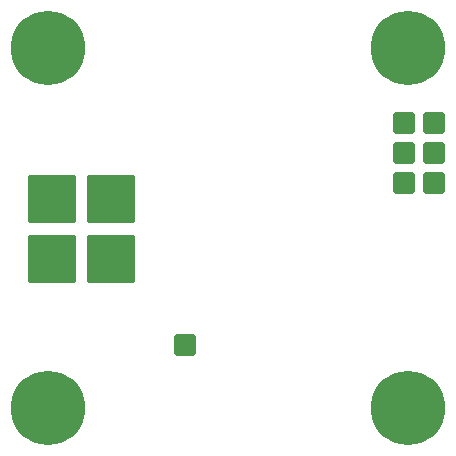
<source format=gbr>
%TF.GenerationSoftware,KiCad,Pcbnew,(5.99.0-13046-g4fe9f01eb0)*%
%TF.CreationDate,2021-12-22T12:24:45+01:00*%
%TF.ProjectId,SOLARMINI01B,534f4c41-524d-4494-9e49-3031422e6b69,rev?*%
%TF.SameCoordinates,Original*%
%TF.FileFunction,Soldermask,Top*%
%TF.FilePolarity,Negative*%
%FSLAX46Y46*%
G04 Gerber Fmt 4.6, Leading zero omitted, Abs format (unit mm)*
G04 Created by KiCad (PCBNEW (5.99.0-13046-g4fe9f01eb0)) date 2021-12-22 12:24:45*
%MOMM*%
%LPD*%
G01*
G04 APERTURE LIST*
G04 Aperture macros list*
%AMRoundRect*
0 Rectangle with rounded corners*
0 $1 Rounding radius*
0 $2 $3 $4 $5 $6 $7 $8 $9 X,Y pos of 4 corners*
0 Add a 4 corners polygon primitive as box body*
4,1,4,$2,$3,$4,$5,$6,$7,$8,$9,$2,$3,0*
0 Add four circle primitives for the rounded corners*
1,1,$1+$1,$2,$3*
1,1,$1+$1,$4,$5*
1,1,$1+$1,$6,$7*
1,1,$1+$1,$8,$9*
0 Add four rect primitives between the rounded corners*
20,1,$1+$1,$2,$3,$4,$5,0*
20,1,$1+$1,$4,$5,$6,$7,0*
20,1,$1+$1,$6,$7,$8,$9,0*
20,1,$1+$1,$8,$9,$2,$3,0*%
G04 Aperture macros list end*
%ADD10RoundRect,0.150000X-0.762000X-0.762000X0.762000X-0.762000X0.762000X0.762000X-0.762000X0.762000X0*%
%ADD11C,6.300000*%
%ADD12RoundRect,0.150000X1.905000X-1.905000X1.905000X1.905000X-1.905000X1.905000X-1.905000X-1.905000X0*%
%ADD13RoundRect,0.150000X0.762000X0.762000X-0.762000X0.762000X-0.762000X-0.762000X0.762000X-0.762000X0*%
G04 APERTURE END LIST*
D10*
%TO.C,J3*%
X16637000Y10414000D03*
%TD*%
D11*
%TO.C,M2*%
X5080000Y5080000D03*
%TD*%
%TO.C,M1*%
X5080000Y35560000D03*
%TD*%
%TO.C,M4*%
X35560000Y5080000D03*
%TD*%
D12*
%TO.C,J2*%
X5414000Y17653000D03*
X10414000Y17653000D03*
%TD*%
%TO.C,J1*%
X10414000Y22733000D03*
X5414000Y22733000D03*
%TD*%
D11*
%TO.C,M3*%
X35560000Y35560000D03*
%TD*%
D13*
%TO.C,J4*%
X37719000Y24130000D03*
X35179000Y24130000D03*
X37719000Y26670000D03*
X35179000Y26670000D03*
X37719000Y29210000D03*
X35179000Y29210000D03*
%TD*%
M02*

</source>
